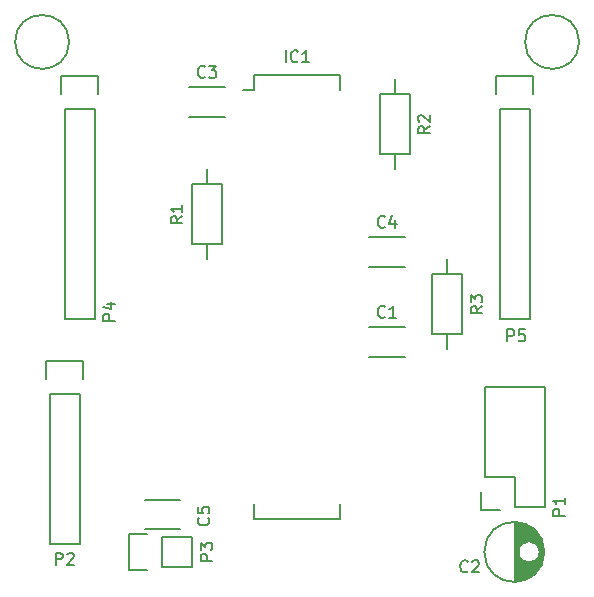
<source format=gto>
G04 #@! TF.FileFunction,Legend,Top*
%FSLAX46Y46*%
G04 Gerber Fmt 4.6, Leading zero omitted, Abs format (unit mm)*
G04 Created by KiCad (PCBNEW 4.0.1-3.201512221401+6198~38~ubuntu15.10.1-stable) date lun 04 ene 2016 19:36:38 ART*
%MOMM*%
G01*
G04 APERTURE LIST*
%ADD10C,0.100000*%
%ADD11C,0.150000*%
G04 APERTURE END LIST*
D10*
D11*
X215650000Y-107970000D02*
X218650000Y-107970000D01*
X218650000Y-110470000D02*
X215650000Y-110470000D01*
X200410000Y-87650000D02*
X203410000Y-87650000D01*
X203410000Y-90150000D02*
X200410000Y-90150000D01*
X215650000Y-100350000D02*
X218650000Y-100350000D01*
X218650000Y-102850000D02*
X215650000Y-102850000D01*
X200660000Y-100965000D02*
X200660000Y-95885000D01*
X200660000Y-95885000D02*
X203200000Y-95885000D01*
X203200000Y-95885000D02*
X203200000Y-100965000D01*
X203200000Y-100965000D02*
X200660000Y-100965000D01*
X201930000Y-100965000D02*
X201930000Y-102235000D01*
X201930000Y-95885000D02*
X201930000Y-94615000D01*
X216535000Y-93345000D02*
X216535000Y-88265000D01*
X216535000Y-88265000D02*
X219075000Y-88265000D01*
X219075000Y-88265000D02*
X219075000Y-93345000D01*
X219075000Y-93345000D02*
X216535000Y-93345000D01*
X217805000Y-93345000D02*
X217805000Y-94615000D01*
X217805000Y-88265000D02*
X217805000Y-86995000D01*
X220980000Y-108585000D02*
X220980000Y-103505000D01*
X220980000Y-103505000D02*
X223520000Y-103505000D01*
X223520000Y-103505000D02*
X223520000Y-108585000D01*
X223520000Y-108585000D02*
X220980000Y-108585000D01*
X222250000Y-108585000D02*
X222250000Y-109855000D01*
X222250000Y-103505000D02*
X222250000Y-102235000D01*
X228020000Y-124501000D02*
X228020000Y-129499000D01*
X228160000Y-124509000D02*
X228160000Y-129491000D01*
X228300000Y-124525000D02*
X228300000Y-126905000D01*
X228300000Y-127095000D02*
X228300000Y-129475000D01*
X228440000Y-124549000D02*
X228440000Y-126510000D01*
X228440000Y-127490000D02*
X228440000Y-129451000D01*
X228580000Y-124582000D02*
X228580000Y-126343000D01*
X228580000Y-127657000D02*
X228580000Y-129418000D01*
X228720000Y-124623000D02*
X228720000Y-126236000D01*
X228720000Y-127764000D02*
X228720000Y-129377000D01*
X228860000Y-124673000D02*
X228860000Y-126165000D01*
X228860000Y-127835000D02*
X228860000Y-129327000D01*
X229000000Y-124734000D02*
X229000000Y-126121000D01*
X229000000Y-127879000D02*
X229000000Y-129266000D01*
X229140000Y-124804000D02*
X229140000Y-126102000D01*
X229140000Y-127898000D02*
X229140000Y-129196000D01*
X229280000Y-124886000D02*
X229280000Y-126104000D01*
X229280000Y-127896000D02*
X229280000Y-129114000D01*
X229420000Y-124981000D02*
X229420000Y-126129000D01*
X229420000Y-127871000D02*
X229420000Y-129019000D01*
X229560000Y-125092000D02*
X229560000Y-126177000D01*
X229560000Y-127823000D02*
X229560000Y-128908000D01*
X229700000Y-125220000D02*
X229700000Y-126255000D01*
X229700000Y-127745000D02*
X229700000Y-128780000D01*
X229840000Y-125369000D02*
X229840000Y-126372000D01*
X229840000Y-127628000D02*
X229840000Y-128631000D01*
X229980000Y-125548000D02*
X229980000Y-126560000D01*
X229980000Y-127440000D02*
X229980000Y-128452000D01*
X230120000Y-125767000D02*
X230120000Y-128233000D01*
X230260000Y-126056000D02*
X230260000Y-127944000D01*
X230400000Y-126528000D02*
X230400000Y-127472000D01*
X230095000Y-127000000D02*
G75*
G03X230095000Y-127000000I-900000J0D01*
G01*
X230482500Y-127000000D02*
G75*
G03X230482500Y-127000000I-2537500J0D01*
G01*
X205875000Y-86605000D02*
X205875000Y-87875000D01*
X213225000Y-86605000D02*
X213225000Y-87875000D01*
X213225000Y-124215000D02*
X213225000Y-122945000D01*
X205875000Y-124215000D02*
X205875000Y-122945000D01*
X205875000Y-86605000D02*
X213225000Y-86605000D01*
X205875000Y-124215000D02*
X213225000Y-124215000D01*
X205875000Y-87875000D02*
X204940000Y-87875000D01*
X191135000Y-113665000D02*
X191135000Y-126365000D01*
X191135000Y-126365000D02*
X188595000Y-126365000D01*
X188595000Y-126365000D02*
X188595000Y-113665000D01*
X191415000Y-110845000D02*
X191415000Y-112395000D01*
X191135000Y-113665000D02*
X188595000Y-113665000D01*
X188315000Y-112395000D02*
X188315000Y-110845000D01*
X188315000Y-110845000D02*
X191415000Y-110845000D01*
X192405000Y-89535000D02*
X192405000Y-107315000D01*
X192405000Y-107315000D02*
X189865000Y-107315000D01*
X189865000Y-107315000D02*
X189865000Y-89535000D01*
X192685000Y-86715000D02*
X192685000Y-88265000D01*
X192405000Y-89535000D02*
X189865000Y-89535000D01*
X189585000Y-88265000D02*
X189585000Y-86715000D01*
X189585000Y-86715000D02*
X192685000Y-86715000D01*
X229235000Y-89535000D02*
X229235000Y-107315000D01*
X229235000Y-107315000D02*
X226695000Y-107315000D01*
X226695000Y-107315000D02*
X226695000Y-89535000D01*
X229515000Y-86715000D02*
X229515000Y-88265000D01*
X229235000Y-89535000D02*
X226695000Y-89535000D01*
X226415000Y-88265000D02*
X226415000Y-86715000D01*
X226415000Y-86715000D02*
X229515000Y-86715000D01*
X225425000Y-120650000D02*
X225425000Y-113030000D01*
X225425000Y-113030000D02*
X230505000Y-113030000D01*
X230505000Y-113030000D02*
X230505000Y-123190000D01*
X230505000Y-123190000D02*
X227965000Y-123190000D01*
X225145000Y-121920000D02*
X225145000Y-123470000D01*
X227965000Y-123190000D02*
X227965000Y-120650000D01*
X227965000Y-120650000D02*
X225425000Y-120650000D01*
X225145000Y-123470000D02*
X226695000Y-123470000D01*
X198120000Y-125730000D02*
X200660000Y-125730000D01*
X195300000Y-125450000D02*
X196850000Y-125450000D01*
X198120000Y-125730000D02*
X198120000Y-128270000D01*
X196850000Y-128550000D02*
X195300000Y-128550000D01*
X195300000Y-128550000D02*
X195300000Y-125450000D01*
X198120000Y-128270000D02*
X200660000Y-128270000D01*
X200660000Y-128270000D02*
X200660000Y-125730000D01*
X190246000Y-83820000D02*
G75*
G03X190246000Y-83820000I-2286000J0D01*
G01*
X233426000Y-83820000D02*
G75*
G03X233426000Y-83820000I-2286000J0D01*
G01*
X199640000Y-125075000D02*
X196640000Y-125075000D01*
X196640000Y-122575000D02*
X199640000Y-122575000D01*
X216983334Y-107077143D02*
X216935715Y-107124762D01*
X216792858Y-107172381D01*
X216697620Y-107172381D01*
X216554762Y-107124762D01*
X216459524Y-107029524D01*
X216411905Y-106934286D01*
X216364286Y-106743810D01*
X216364286Y-106600952D01*
X216411905Y-106410476D01*
X216459524Y-106315238D01*
X216554762Y-106220000D01*
X216697620Y-106172381D01*
X216792858Y-106172381D01*
X216935715Y-106220000D01*
X216983334Y-106267619D01*
X217935715Y-107172381D02*
X217364286Y-107172381D01*
X217650000Y-107172381D02*
X217650000Y-106172381D01*
X217554762Y-106315238D01*
X217459524Y-106410476D01*
X217364286Y-106458095D01*
X201743334Y-86757143D02*
X201695715Y-86804762D01*
X201552858Y-86852381D01*
X201457620Y-86852381D01*
X201314762Y-86804762D01*
X201219524Y-86709524D01*
X201171905Y-86614286D01*
X201124286Y-86423810D01*
X201124286Y-86280952D01*
X201171905Y-86090476D01*
X201219524Y-85995238D01*
X201314762Y-85900000D01*
X201457620Y-85852381D01*
X201552858Y-85852381D01*
X201695715Y-85900000D01*
X201743334Y-85947619D01*
X202076667Y-85852381D02*
X202695715Y-85852381D01*
X202362381Y-86233333D01*
X202505239Y-86233333D01*
X202600477Y-86280952D01*
X202648096Y-86328571D01*
X202695715Y-86423810D01*
X202695715Y-86661905D01*
X202648096Y-86757143D01*
X202600477Y-86804762D01*
X202505239Y-86852381D01*
X202219524Y-86852381D01*
X202124286Y-86804762D01*
X202076667Y-86757143D01*
X216983334Y-99457143D02*
X216935715Y-99504762D01*
X216792858Y-99552381D01*
X216697620Y-99552381D01*
X216554762Y-99504762D01*
X216459524Y-99409524D01*
X216411905Y-99314286D01*
X216364286Y-99123810D01*
X216364286Y-98980952D01*
X216411905Y-98790476D01*
X216459524Y-98695238D01*
X216554762Y-98600000D01*
X216697620Y-98552381D01*
X216792858Y-98552381D01*
X216935715Y-98600000D01*
X216983334Y-98647619D01*
X217840477Y-98885714D02*
X217840477Y-99552381D01*
X217602381Y-98504762D02*
X217364286Y-99219048D01*
X217983334Y-99219048D01*
X199842381Y-98591666D02*
X199366190Y-98925000D01*
X199842381Y-99163095D02*
X198842381Y-99163095D01*
X198842381Y-98782142D01*
X198890000Y-98686904D01*
X198937619Y-98639285D01*
X199032857Y-98591666D01*
X199175714Y-98591666D01*
X199270952Y-98639285D01*
X199318571Y-98686904D01*
X199366190Y-98782142D01*
X199366190Y-99163095D01*
X199842381Y-97639285D02*
X199842381Y-98210714D01*
X199842381Y-97925000D02*
X198842381Y-97925000D01*
X198985238Y-98020238D01*
X199080476Y-98115476D01*
X199128095Y-98210714D01*
X220797381Y-90971666D02*
X220321190Y-91305000D01*
X220797381Y-91543095D02*
X219797381Y-91543095D01*
X219797381Y-91162142D01*
X219845000Y-91066904D01*
X219892619Y-91019285D01*
X219987857Y-90971666D01*
X220130714Y-90971666D01*
X220225952Y-91019285D01*
X220273571Y-91066904D01*
X220321190Y-91162142D01*
X220321190Y-91543095D01*
X219892619Y-90590714D02*
X219845000Y-90543095D01*
X219797381Y-90447857D01*
X219797381Y-90209761D01*
X219845000Y-90114523D01*
X219892619Y-90066904D01*
X219987857Y-90019285D01*
X220083095Y-90019285D01*
X220225952Y-90066904D01*
X220797381Y-90638333D01*
X220797381Y-90019285D01*
X225242381Y-106211666D02*
X224766190Y-106545000D01*
X225242381Y-106783095D02*
X224242381Y-106783095D01*
X224242381Y-106402142D01*
X224290000Y-106306904D01*
X224337619Y-106259285D01*
X224432857Y-106211666D01*
X224575714Y-106211666D01*
X224670952Y-106259285D01*
X224718571Y-106306904D01*
X224766190Y-106402142D01*
X224766190Y-106783095D01*
X224242381Y-105878333D02*
X224242381Y-105259285D01*
X224623333Y-105592619D01*
X224623333Y-105449761D01*
X224670952Y-105354523D01*
X224718571Y-105306904D01*
X224813810Y-105259285D01*
X225051905Y-105259285D01*
X225147143Y-105306904D01*
X225194762Y-105354523D01*
X225242381Y-105449761D01*
X225242381Y-105735476D01*
X225194762Y-105830714D01*
X225147143Y-105878333D01*
X223988334Y-128627143D02*
X223940715Y-128674762D01*
X223797858Y-128722381D01*
X223702620Y-128722381D01*
X223559762Y-128674762D01*
X223464524Y-128579524D01*
X223416905Y-128484286D01*
X223369286Y-128293810D01*
X223369286Y-128150952D01*
X223416905Y-127960476D01*
X223464524Y-127865238D01*
X223559762Y-127770000D01*
X223702620Y-127722381D01*
X223797858Y-127722381D01*
X223940715Y-127770000D01*
X223988334Y-127817619D01*
X224369286Y-127817619D02*
X224416905Y-127770000D01*
X224512143Y-127722381D01*
X224750239Y-127722381D01*
X224845477Y-127770000D01*
X224893096Y-127817619D01*
X224940715Y-127912857D01*
X224940715Y-128008095D01*
X224893096Y-128150952D01*
X224321667Y-128722381D01*
X224940715Y-128722381D01*
X208573810Y-85542381D02*
X208573810Y-84542381D01*
X209621429Y-85447143D02*
X209573810Y-85494762D01*
X209430953Y-85542381D01*
X209335715Y-85542381D01*
X209192857Y-85494762D01*
X209097619Y-85399524D01*
X209050000Y-85304286D01*
X209002381Y-85113810D01*
X209002381Y-84970952D01*
X209050000Y-84780476D01*
X209097619Y-84685238D01*
X209192857Y-84590000D01*
X209335715Y-84542381D01*
X209430953Y-84542381D01*
X209573810Y-84590000D01*
X209621429Y-84637619D01*
X210573810Y-85542381D02*
X210002381Y-85542381D01*
X210288095Y-85542381D02*
X210288095Y-84542381D01*
X210192857Y-84685238D01*
X210097619Y-84780476D01*
X210002381Y-84828095D01*
X189126905Y-128087381D02*
X189126905Y-127087381D01*
X189507858Y-127087381D01*
X189603096Y-127135000D01*
X189650715Y-127182619D01*
X189698334Y-127277857D01*
X189698334Y-127420714D01*
X189650715Y-127515952D01*
X189603096Y-127563571D01*
X189507858Y-127611190D01*
X189126905Y-127611190D01*
X190079286Y-127182619D02*
X190126905Y-127135000D01*
X190222143Y-127087381D01*
X190460239Y-127087381D01*
X190555477Y-127135000D01*
X190603096Y-127182619D01*
X190650715Y-127277857D01*
X190650715Y-127373095D01*
X190603096Y-127515952D01*
X190031667Y-128087381D01*
X190650715Y-128087381D01*
X194127381Y-107418095D02*
X193127381Y-107418095D01*
X193127381Y-107037142D01*
X193175000Y-106941904D01*
X193222619Y-106894285D01*
X193317857Y-106846666D01*
X193460714Y-106846666D01*
X193555952Y-106894285D01*
X193603571Y-106941904D01*
X193651190Y-107037142D01*
X193651190Y-107418095D01*
X193460714Y-105989523D02*
X194127381Y-105989523D01*
X193079762Y-106227619D02*
X193794048Y-106465714D01*
X193794048Y-105846666D01*
X227353905Y-109164381D02*
X227353905Y-108164381D01*
X227734858Y-108164381D01*
X227830096Y-108212000D01*
X227877715Y-108259619D01*
X227925334Y-108354857D01*
X227925334Y-108497714D01*
X227877715Y-108592952D01*
X227830096Y-108640571D01*
X227734858Y-108688190D01*
X227353905Y-108688190D01*
X228830096Y-108164381D02*
X228353905Y-108164381D01*
X228306286Y-108640571D01*
X228353905Y-108592952D01*
X228449143Y-108545333D01*
X228687239Y-108545333D01*
X228782477Y-108592952D01*
X228830096Y-108640571D01*
X228877715Y-108735810D01*
X228877715Y-108973905D01*
X228830096Y-109069143D01*
X228782477Y-109116762D01*
X228687239Y-109164381D01*
X228449143Y-109164381D01*
X228353905Y-109116762D01*
X228306286Y-109069143D01*
X232227381Y-123928095D02*
X231227381Y-123928095D01*
X231227381Y-123547142D01*
X231275000Y-123451904D01*
X231322619Y-123404285D01*
X231417857Y-123356666D01*
X231560714Y-123356666D01*
X231655952Y-123404285D01*
X231703571Y-123451904D01*
X231751190Y-123547142D01*
X231751190Y-123928095D01*
X232227381Y-122404285D02*
X232227381Y-122975714D01*
X232227381Y-122690000D02*
X231227381Y-122690000D01*
X231370238Y-122785238D01*
X231465476Y-122880476D01*
X231513095Y-122975714D01*
X202382381Y-127738095D02*
X201382381Y-127738095D01*
X201382381Y-127357142D01*
X201430000Y-127261904D01*
X201477619Y-127214285D01*
X201572857Y-127166666D01*
X201715714Y-127166666D01*
X201810952Y-127214285D01*
X201858571Y-127261904D01*
X201906190Y-127357142D01*
X201906190Y-127738095D01*
X201382381Y-126833333D02*
X201382381Y-126214285D01*
X201763333Y-126547619D01*
X201763333Y-126404761D01*
X201810952Y-126309523D01*
X201858571Y-126261904D01*
X201953810Y-126214285D01*
X202191905Y-126214285D01*
X202287143Y-126261904D01*
X202334762Y-126309523D01*
X202382381Y-126404761D01*
X202382381Y-126690476D01*
X202334762Y-126785714D01*
X202287143Y-126833333D01*
X202033143Y-124118666D02*
X202080762Y-124166285D01*
X202128381Y-124309142D01*
X202128381Y-124404380D01*
X202080762Y-124547238D01*
X201985524Y-124642476D01*
X201890286Y-124690095D01*
X201699810Y-124737714D01*
X201556952Y-124737714D01*
X201366476Y-124690095D01*
X201271238Y-124642476D01*
X201176000Y-124547238D01*
X201128381Y-124404380D01*
X201128381Y-124309142D01*
X201176000Y-124166285D01*
X201223619Y-124118666D01*
X201128381Y-123213904D02*
X201128381Y-123690095D01*
X201604571Y-123737714D01*
X201556952Y-123690095D01*
X201509333Y-123594857D01*
X201509333Y-123356761D01*
X201556952Y-123261523D01*
X201604571Y-123213904D01*
X201699810Y-123166285D01*
X201937905Y-123166285D01*
X202033143Y-123213904D01*
X202080762Y-123261523D01*
X202128381Y-123356761D01*
X202128381Y-123594857D01*
X202080762Y-123690095D01*
X202033143Y-123737714D01*
M02*

</source>
